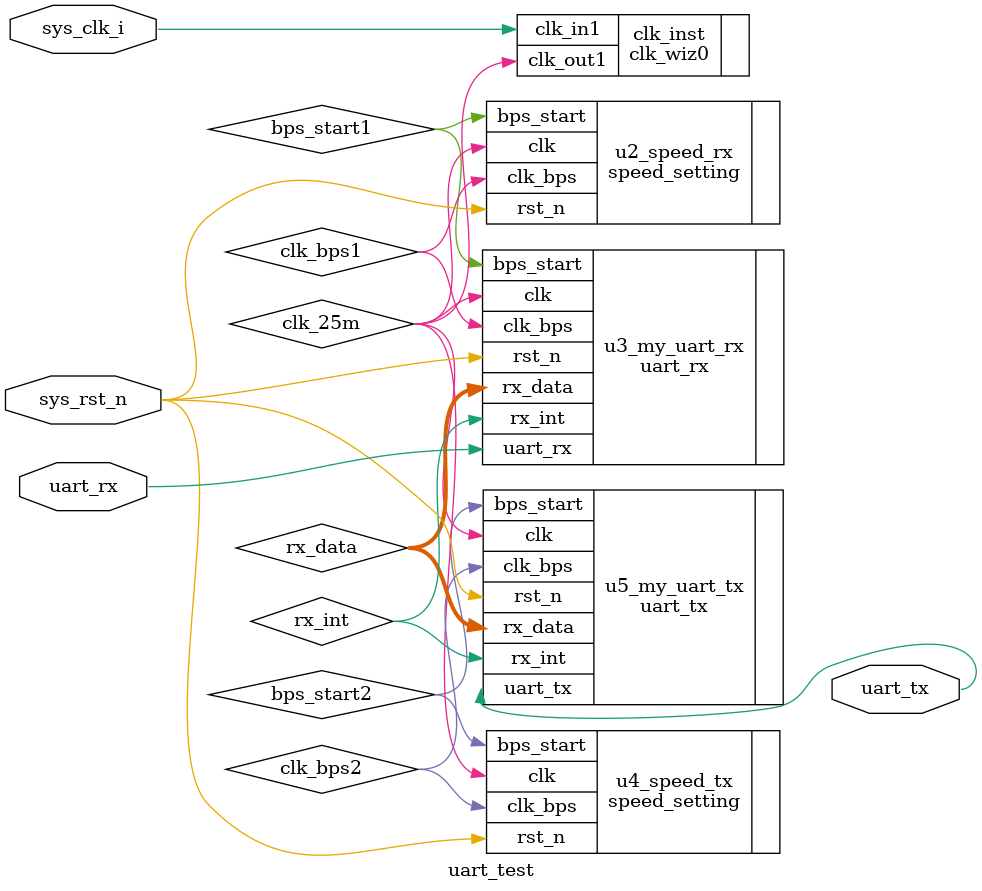
<source format=v>
`timescale 1ns / 1ps

module uart_test(
	input                        sys_clk_i,
	input                        uart_rx,
	input                        sys_rst_n,
	output                       uart_tx
	);
	

wire clk_25m;	//clk_wiz0Êä³ö25MHzÊ±ÖÓ
	
//clock
  clk_wiz0 clk_inst
   (// Clock in ports
    .clk_in1(sys_clk_i),      // IN ,50Mhz
    // Clock out ports
    .clk_out1(clk_25m));    // OUT ,25Mhz


wire bps_start1,bps_start2;	//½ÓÊÕµ½Êý¾Ýºó£¬²¨ÌØÂÊÊ±ÖÓÆô¶¯ÐÅºÅÖÃÎ»
wire clk_bps1,clk_bps2;		// clk_bps_r¸ßµçÆ½Îª½ÓÊÕÊý¾ÝÎ»µÄÖÐ¼ä²ÉÑùµã,Í¬Ê±Ò²×÷Îª·¢ËÍÊý¾ÝµÄÊý¾Ý¸Ä±äµã 
wire[7:0] rx_data;	//½ÓÊÕÊý¾Ý¼Ä´æÆ÷£¬±£´æÖ±ÖÁÏÂÒ»¸öÊý¾ÝÀ´µ½
wire rx_int;		//½ÓÊÕÊý¾ÝÖÐ¶ÏÐÅºÅ,½ÓÊÕµ½Êý¾ÝÆÚ¼äÊ¼ÖÕÎª¸ßµçÆ½

	//UART½ÓÊÕÐÅºÅ²¨ÌØÂÊÉèÖÃ
speed_setting		u2_speed_rx(	
							.clk(clk_25m),	//²¨ÌØÂÊÑ¡ÔñÄ£¿é
							.rst_n(sys_rst_n),
							.bps_start(bps_start1),
							.clk_bps(clk_bps1)
						);

	//UART½ÓÊÕÊý¾Ý´¦Àí
uart_rx			u3_my_uart_rx(		
							.clk(clk_25m),	//½ÓÊÕÊý¾ÝÄ£¿é
							.rst_n(sys_rst_n),
							.uart_rx(uart_rx),
							.rx_data(rx_data),
							.rx_int(rx_int),
							.clk_bps(clk_bps1),
							.bps_start(bps_start1)
						);
		
//-------------------------------------

	//UART·¢ËÍÐÅºÅ²¨ÌØÂÊÉèÖÃ													
speed_setting		u4_speed_tx(	
							.clk(clk_25m),	//²¨ÌØÂÊÑ¡ÔñÄ£¿é
							.rst_n(sys_rst_n),
							.bps_start(bps_start2),
							.clk_bps(clk_bps2)
						);
						
	//UART·¢ËÍÊý¾Ý´¦Àí
uart_tx			u5_my_uart_tx(		
							.clk(clk_25m),	//·¢ËÍÊý¾ÝÄ£¿é
							.rst_n(sys_rst_n),
							.rx_data(rx_data),
							.rx_int(rx_int),
							.uart_tx(uart_tx),
							.clk_bps(clk_bps2),
							.bps_start(bps_start2)
						);

endmodule		


</source>
